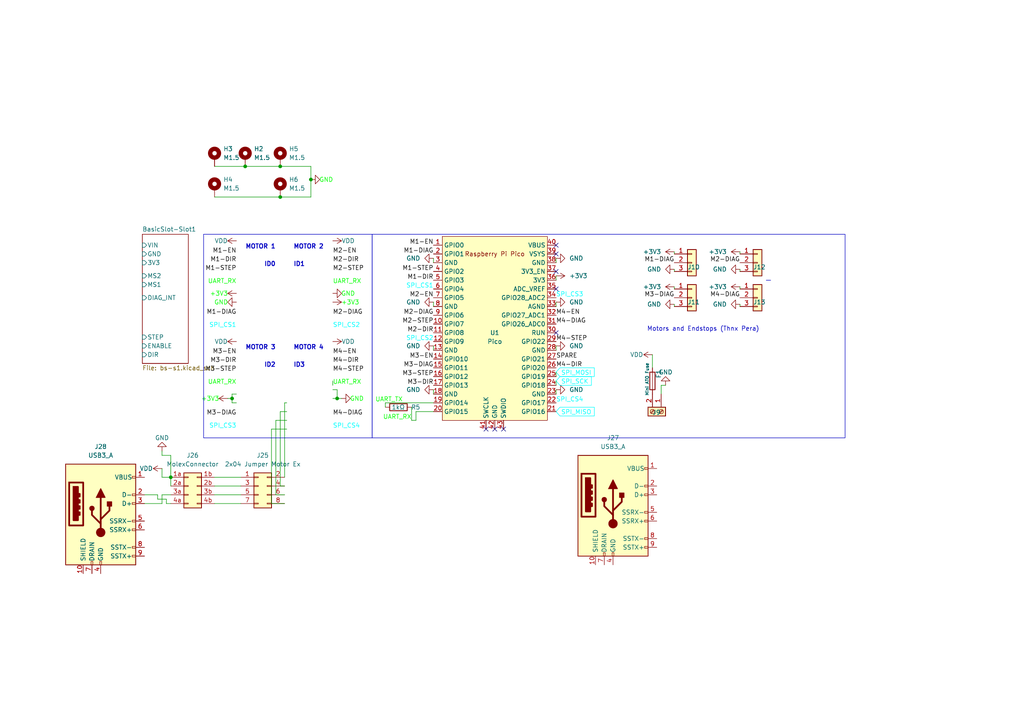
<source format=kicad_sch>
(kicad_sch (version 20250114) (generator "eeschema") (generator_version "9.0")
  (paper "A4")
  (lib_symbols
    (symbol "Connector:Screw_Terminal_01x02" (pin_names (offset 1.016) (hide yes))
      (property "Reference" "J" (at 0 2.54 0))
      (property "Value" "Screw_Terminal_01x02" (at 0 -5.08 0))
      (symbol "Screw_Terminal_01x02_1_1"
        (rectangle (start -1.27 1.27) (end 1.27 -3.81) (stroke (width 0.254)) (fill (type background)))
        (polyline (pts (xy -0.5334 0.3302) (xy 0.3302 -0.508)) (stroke (width 0.1524)))
        (polyline (pts (xy -0.5334 -2.2098) (xy 0.3302 -3.048)) (stroke (width 0.1524)))
        (polyline (pts (xy -0.3556 0.508) (xy 0.508 -0.3302)) (stroke (width 0.1524)))
        (polyline (pts (xy -0.3556 -2.032) (xy 0.508 -2.8702)) (stroke (width 0.1524)))
        (circle (center 0 0) (radius 0.635) (stroke (width 0.1524)))
        (circle (center 0 -2.54) (radius 0.635) (stroke (width 0.1524)))
        (pin passive line (at -5.08 0 0) (length 3.81) (name "Pin_1") (number "1"))
        (pin passive line (at -5.08 -2.54 0) (length 3.81) (name "Pin_2") (number "2"))
      )
    )
    (symbol "Connector:USB3_A" (pin_names (offset 1.016))
      (property "Reference" "J" (at -10.16 15.24 0))
      (property "Value" "USB3_A" (at 10.16 15.24 0))
      (symbol "USB3_A_0_0"
        (rectangle (start -9.144 8.636) (end -5.08 -3.81) (stroke (width 0.508)))
        (rectangle (start -7.874 7.366) (end -6.604 -2.286) (stroke (width 0.508)) (fill (type outline)))
        (rectangle (start -6.35 5.334) (end -6.096 4.572) (stroke (width 0.508)))
        (rectangle (start -6.35 3.556) (end -6.096 2.794) (stroke (width 0.508)))
        (rectangle (start -6.35 1.778) (end -6.096 1.016) (stroke (width 0.508)))
        (rectangle (start -6.35 0) (end -6.096 -0.762) (stroke (width 0.508)))
        (rectangle (start -2.794 -15.24) (end -2.286 -14.224))
        (rectangle (start -0.254 -15.24) (end 0.254 -14.224))
        (rectangle (start 10.16 10.414) (end 9.144 9.906))
        (rectangle (start 10.16 5.334) (end 9.144 4.826))
        (rectangle (start 10.16 2.794) (end 9.144 2.286))
        (rectangle (start 10.16 -2.286) (end 9.144 -2.794))
        (rectangle (start 10.16 -4.826) (end 9.144 -5.334))
        (rectangle (start 10.16 -9.906) (end 9.144 -10.414))
        (rectangle (start 10.16 -12.446) (end 9.144 -12.954))
      )
      (symbol "USB3_A_0_1"
        (rectangle (start -10.16 13.97) (end 10.16 -15.24) (stroke (width 0.254)) (fill (type background)))
      )
      (symbol "USB3_A_1_1"
        (circle (center -2.54 1.143) (radius 0.635) (stroke (width 0.254)) (fill (type outline)))
        (polyline (pts (xy -1.27 4.318) (xy 0 6.858) (xy 1.27 4.318) (xy -1.27 4.318)) (stroke (width 0.254)) (fill (type outline)))
        (polyline (pts (xy 0 -2.032) (xy 2.54 0.508) (xy 2.54 1.778)) (stroke (width 0.508)))
        (polyline (pts (xy 0 -3.302) (xy -2.54 -0.762) (xy -2.54 0.508)) (stroke (width 0.508)))
        (polyline (pts (xy 0 -5.842) (xy 0 4.318)) (stroke (width 0.508)))
        (circle (center 0 -5.842) (radius 1.27) (fill (type outline)))
        (rectangle (start 1.905 1.778) (end 3.175 3.048) (stroke (width 0.254)) (fill (type outline)))
        (pin passive line (at -5.08 -17.78 90) (length 2.54) (name "SHIELD") (number "10"))
        (pin passive line (at -2.54 -17.78 90) (length 2.54) (name "DRAIN") (number "7"))
        (pin power_in line (at 0 -17.78 90) (length 2.54) (name "GND") (number "4"))
        (pin power_in line (at 12.7 10.16 180) (length 2.54) (name "VBUS") (number "1"))
        (pin bidirectional line (at 12.7 5.08 180) (length 2.54) (name "D-") (number "2"))
        (pin bidirectional line (at 12.7 2.54 180) (length 2.54) (name "D+") (number "3"))
        (pin output line (at 12.7 -2.54 180) (length 2.54) (name "SSRX-") (number "5"))
        (pin output line (at 12.7 -5.08 180) (length 2.54) (name "SSRX+") (number "6"))
        (pin input line (at 12.7 -10.16 180) (length 2.54) (name "SSTX-") (number "8"))
        (pin input line (at 12.7 -12.7 180) (length 2.54) (name "SSTX+") (number "9"))
      )
    )
    (symbol "Connector_Generic:Conn_01x03" (pin_names (offset 1.016) (hide yes))
      (property "Reference" "J" (at 0 5.08 0))
      (property "Value" "Conn_01x03" (at 0 -5.08 0))
      (symbol "Conn_01x03_1_1"
        (rectangle (start -1.27 3.81) (end 1.27 -3.81) (stroke (width 0.254)) (fill (type background)))
        (rectangle (start -1.27 2.667) (end 0 2.413) (stroke (width 0.1524)))
        (rectangle (start -1.27 0.127) (end 0 -0.127) (stroke (width 0.1524)))
        (rectangle (start -1.27 -2.413) (end 0 -2.667) (stroke (width 0.1524)))
        (pin passive line (at -5.08 2.54 0) (length 3.81) (name "Pin_1") (number "1"))
        (pin passive line (at -5.08 0 0) (length 3.81) (name "Pin_2") (number "2"))
        (pin passive line (at -5.08 -2.54 0) (length 3.81) (name "Pin_3") (number "3"))
      )
    )
    (symbol "Connector_Generic:Conn_02x04_Odd_Even" (pin_names (offset 1.016) (hide yes))
      (property "Reference" "J" (at 1.27 5.08 0))
      (property "Value" "Conn_02x04_Odd_Even" (at 1.27 -7.62 0))
      (symbol "Conn_02x04_Odd_Even_1_1"
        (rectangle (start -1.27 3.81) (end 3.81 -6.35) (stroke (width 0.254)) (fill (type background)))
        (rectangle (start -1.27 2.667) (end 0 2.413) (stroke (width 0.1524)))
        (rectangle (start -1.27 0.127) (end 0 -0.127) (stroke (width 0.1524)))
        (rectangle (start -1.27 -2.413) (end 0 -2.667) (stroke (width 0.1524)))
        (rectangle (start -1.27 -4.953) (end 0 -5.207) (stroke (width 0.1524)))
        (rectangle (start 3.81 2.667) (end 2.54 2.413) (stroke (width 0.1524)))
        (rectangle (start 3.81 0.127) (end 2.54 -0.127) (stroke (width 0.1524)))
        (rectangle (start 3.81 -2.413) (end 2.54 -2.667) (stroke (width 0.1524)))
        (rectangle (start 3.81 -4.953) (end 2.54 -5.207) (stroke (width 0.1524)))
        (pin passive line (at -5.08 2.54 0) (length 3.81) (name "Pin_1") (number "1"))
        (pin passive line (at -5.08 0 0) (length 3.81) (name "Pin_3") (number "3"))
        (pin passive line (at -5.08 -2.54 0) (length 3.81) (name "Pin_5") (number "5"))
        (pin passive line (at -5.08 -5.08 0) (length 3.81) (name "Pin_7") (number "7"))
        (pin passive line (at 7.62 2.54 180) (length 3.81) (name "Pin_2") (number "2"))
        (pin passive line (at 7.62 0 180) (length 3.81) (name "Pin_4") (number "4"))
        (pin passive line (at 7.62 -2.54 180) (length 3.81) (name "Pin_6") (number "6"))
        (pin passive line (at 7.62 -5.08 180) (length 3.81) (name "Pin_8") (number "8"))
      )
    )
    (symbol "Connector_Generic:Conn_02x04_Row_Letter_Last" (pin_names (offset 1.016) (hide yes))
      (property "Reference" "J" (at 1.27 5.08 0))
      (property "Value" "Conn_02x04_Row_Letter_Last" (at 1.27 -7.62 0))
      (symbol "Conn_02x04_Row_Letter_Last_1_1"
        (rectangle (start -1.27 3.81) (end 3.81 -6.35) (stroke (width 0.254)) (fill (type background)))
        (rectangle (start -1.27 2.667) (end 0 2.413) (stroke (width 0.1524)))
        (rectangle (start -1.27 0.127) (end 0 -0.127) (stroke (width 0.1524)))
        (rectangle (start -1.27 -2.413) (end 0 -2.667) (stroke (width 0.1524)))
        (rectangle (start -1.27 -4.953) (end 0 -5.207) (stroke (width 0.1524)))
        (rectangle (start 3.81 2.667) (end 2.54 2.413) (stroke (width 0.1524)))
        (rectangle (start 3.81 0.127) (end 2.54 -0.127) (stroke (width 0.1524)))
        (rectangle (start 3.81 -2.413) (end 2.54 -2.667) (stroke (width 0.1524)))
        (rectangle (start 3.81 -4.953) (end 2.54 -5.207) (stroke (width 0.1524)))
        (pin passive line (at -5.08 2.54 0) (length 3.81) (name "Pin_1a") (number "1a"))
        (pin passive line (at -5.08 0 0) (length 3.81) (name "Pin_2a") (number "2a"))
        (pin passive line (at -5.08 -2.54 0) (length 3.81) (name "Pin_3a") (number "3a"))
        (pin passive line (at -5.08 -5.08 0) (length 3.81) (name "Pin_4a") (number "4a"))
        (pin passive line (at 7.62 2.54 180) (length 3.81) (name "Pin_1b") (number "1b"))
        (pin passive line (at 7.62 0 180) (length 3.81) (name "Pin_2b") (number "2b"))
        (pin passive line (at 7.62 -2.54 180) (length 3.81) (name "Pin_3b") (number "3b"))
        (pin passive line (at 7.62 -5.08 180) (length 3.81) (name "Pin_4b") (number "4b"))
      )
    )
    (symbol "Device:Fuse" (pin_numbers (hide yes)) (pin_names (offset 0))
      (property "Reference" "F" (at 2.032 0 90))
      (property "Value" "Fuse" (at -1.905 0 90))
      (symbol "Fuse_0_1"
        (rectangle (start -0.762 -2.54) (end 0.762 2.54) (stroke (width 0.254)))
        (polyline (pts (xy 0 2.54) (xy 0 -2.54)))
      )
      (symbol "Fuse_1_1"
        (pin passive line (at 0 3.81 270) (length 1.27) (name "~") (number "1"))
        (pin passive line (at 0 -3.81 90) (length 1.27) (name "~") (number "2"))
      )
    )
    (symbol "Device:R" (pin_numbers (hide yes)) (pin_names (offset 0))
      (property "Reference" "R" (at 2.032 0 90))
      (property "Value" "R" (at 0 0 90))
      (symbol "R_0_1"
        (rectangle (start -1.016 -2.54) (end 1.016 2.54) (stroke (width 0.254)))
      )
      (symbol "R_1_1"
        (pin passive line (at 0 3.81 270) (length 1.27) (name "~") (number "1"))
        (pin passive line (at 0 -3.81 90) (length 1.27) (name "~") (number "2"))
      )
    )
    (symbol "MCU_RaspberryPi_and_Boards:Pico"
      (property "Reference" "U" (at -13.97 27.94 0))
      (property "Value" "Pico" (at 0 19.05 0))
      (symbol "Pico_0_0"
        (text "Raspberry Pi Pico" (at 0 21.59 0) (effects (font (size 1.27 1.27))))
      )
      (symbol "Pico_0_1"
        (rectangle (start -15.24 26.67) (end 15.24 -26.67) (fill (type background)))
      )
      (symbol "Pico_1_1"
        (pin bidirectional line (at -17.78 24.13 0) (length 2.54) (name "GPIO0") (number "1"))
        (pin bidirectional line (at -17.78 21.59 0) (length 2.54) (name "GPIO1") (number "2"))
        (pin power_in line (at -17.78 19.05 0) (length 2.54) (name "GND") (number "3"))
        (pin bidirectional line (at -17.78 16.51 0) (length 2.54) (name "GPIO2") (number "4"))
        (pin bidirectional line (at -17.78 13.97 0) (length 2.54) (name "GPIO3") (number "5"))
        (pin bidirectional line (at -17.78 11.43 0) (length 2.54) (name "GPIO4") (number "6"))
        (pin bidirectional line (at -17.78 8.89 0) (length 2.54) (name "GPIO5") (number "7"))
        (pin power_in line (at -17.78 6.35 0) (length 2.54) (name "GND") (number "8"))
        (pin bidirectional line (at -17.78 3.81 0) (length 2.54) (name "GPIO6") (number "9"))
        (pin bidirectional line (at -17.78 1.27 0) (length 2.54) (name "GPIO7") (number "10"))
        (pin bidirectional line (at -17.78 -1.27 0) (length 2.54) (name "GPIO8") (number "11"))
        (pin bidirectional line (at -17.78 -3.81 0) (length 2.54) (name "GPIO9") (number "12"))
        (pin power_in line (at -17.78 -6.35 0) (length 2.54) (name "GND") (number "13"))
        (pin bidirectional line (at -17.78 -8.89 0) (length 2.54) (name "GPIO10") (number "14"))
        (pin bidirectional line (at -17.78 -11.43 0) (length 2.54) (name "GPIO11") (number "15"))
        (pin bidirectional line (at -17.78 -13.97 0) (length 2.54) (name "GPIO12") (number "16"))
        (pin bidirectional line (at -17.78 -16.51 0) (length 2.54) (name "GPIO13") (number "17"))
        (pin power_in line (at -17.78 -19.05 0) (length 2.54) (name "GND") (number "18"))
        (pin bidirectional line (at -17.78 -21.59 0) (length 2.54) (name "GPIO14") (number "19"))
        (pin bidirectional line (at -17.78 -24.13 0) (length 2.54) (name "GPIO15") (number "20"))
        (pin input line (at -2.54 -29.21 90) (length 2.54) (name "SWCLK") (number "41"))
        (pin power_in line (at 0 -29.21 90) (length 2.54) (name "GND") (number "42"))
        (pin bidirectional line (at 2.54 -29.21 90) (length 2.54) (name "SWDIO") (number "43"))
        (pin power_in line (at 17.78 24.13 180) (length 2.54) (name "VBUS") (number "40"))
        (pin power_in line (at 17.78 21.59 180) (length 2.54) (name "VSYS") (number "39"))
        (pin bidirectional line (at 17.78 19.05 180) (length 2.54) (name "GND") (number "38"))
        (pin input line (at 17.78 16.51 180) (length 2.54) (name "3V3_EN") (number "37"))
        (pin power_in line (at 17.78 13.97 180) (length 2.54) (name "3V3") (number "36"))
        (pin power_in line (at 17.78 11.43 180) (length 2.54) (name "ADC_VREF") (number "35"))
        (pin bidirectional line (at 17.78 8.89 180) (length 2.54) (name "GPIO28_ADC2") (number "34"))
        (pin power_in line (at 17.78 6.35 180) (length 2.54) (name "AGND") (number "33"))
        (pin bidirectional line (at 17.78 3.81 180) (length 2.54) (name "GPIO27_ADC1") (number "32"))
        (pin bidirectional line (at 17.78 1.27 180) (length 2.54) (name "GPIO26_ADC0") (number "31"))
        (pin input line (at 17.78 -1.27 180) (length 2.54) (name "RUN") (number "30"))
        (pin bidirectional line (at 17.78 -3.81 180) (length 2.54) (name "GPIO22") (number "29"))
        (pin power_in line (at 17.78 -6.35 180) (length 2.54) (name "GND") (number "28"))
        (pin bidirectional line (at 17.78 -8.89 180) (length 2.54) (name "GPIO21") (number "27"))
        (pin bidirectional line (at 17.78 -11.43 180) (length 2.54) (name "GPIO20") (number "26"))
        (pin bidirectional line (at 17.78 -13.97 180) (length 2.54) (name "GPIO19") (number "25"))
        (pin bidirectional line (at 17.78 -16.51 180) (length 2.54) (name "GPIO18") (number "24"))
        (pin power_in line (at 17.78 -19.05 180) (length 2.54) (name "GND") (number "23"))
        (pin bidirectional line (at 17.78 -21.59 180) (length 2.54) (name "GPIO17") (number "22"))
        (pin bidirectional line (at 17.78 -24.13 180) (length 2.54) (name "GPIO16") (number "21"))
      )
    )
    (symbol "Mechanical:MountingHole_Pad" (pin_numbers (hide yes)) (pin_names (offset 1.016) (hide yes)) (exclude_from_sim yes) (in_bom no)
      (property "Reference" "H" (at 0 6.35 0))
      (property "Value" "MountingHole_Pad" (at 0 4.445 0))
      (symbol "MountingHole_Pad_0_1"
        (circle (center 0 1.27) (radius 1.27) (stroke (width 1.27)))
      )
      (symbol "MountingHole_Pad_1_1"
        (pin input line (at 0 -2.54 90) (length 2.54) (name "1") (number "1"))
      )
    )
    (symbol "power:+3V3" (power) (pin_names (offset 0))
      (property "Value" "+3V3" (at 0 3.556 0))
      (symbol "+3V3_0_1"
        (polyline (pts (xy -0.762 1.27) (xy 0 2.54)))
        (polyline (pts (xy 0 2.54) (xy 0.762 1.27)))
        (polyline (pts (xy 0 0) (xy 0 2.54)))
      )
      (symbol "+3V3_1_1"
        (pin power_in line (at 0 0 90) (length 0) (hide yes) (name "+3V3") (number "1"))
      )
    )
    (symbol "power:GND" (power) (pin_names (offset 0))
      (property "Value" "GND" (at 0 -3.81 0))
      (symbol "GND_0_1"
        (polyline (pts (xy 0 0) (xy 0 -1.27) (xy 1.27 -1.27) (xy 0 -2.54) (xy -1.27 -1.27) (xy 0 -1.27)))
      )
      (symbol "GND_1_1"
        (pin power_in line (at 0 0 270) (length 0) (hide yes) (name "GND") (number "1"))
      )
    )
    (symbol "power:VDD" (power) (pin_names (offset 0))
      (property "Value" "VDD" (at 0 3.81 0))
      (symbol "VDD_0_1"
        (polyline (pts (xy -0.762 1.27) (xy 0 2.54)))
        (polyline (pts (xy 0 2.54) (xy 0.762 1.27)))
        (polyline (pts (xy 0 0) (xy 0 2.54)))
      )
      (symbol "VDD_1_1"
        (pin power_in line (at 0 0 90) (length 0) (hide yes) (name "VDD") (number "1"))
      )
    )
  )
  (rectangle (start 107.95 67.945) (end 245.11 127))
  (rectangle (start 59.055 67.945) (end 107.95 127))
  (text "MOTOR 3" (at 80.01 101.6 0) (effects (font (size 1.27 1.27) (thickness 0.254) (bold yes)) (justify right bottom)))
  (text "MOTOR 1" (at 80.01 72.39 0) (effects (font (size 1.27 1.27) (thickness 0.254) (bold yes)) (justify right bottom)))
  (text "ID0" (at 80.01 77.47 0) (effects (font (size 1.27 1.27) (thickness 0.254) (bold yes)) (justify right bottom)))
  (text "ID2" (at 80.01 106.68 0) (effects (font (size 1.27 1.27) (thickness 0.254) (bold yes)) (justify right bottom)))
  (text "MOTOR 4" (at 85.09 101.6 0) (effects (font (size 1.27 1.27) (thickness 0.254) (bold yes)) (justify left bottom)))
  (text "ID1" (at 85.09 77.47 0) (effects (font (size 1.27 1.27) (thickness 0.254) (bold yes)) (justify left bottom)))
  (text "MOTOR 2" (at 85.09 72.39 0) (effects (font (size 1.27 1.27) (thickness 0.254) (bold yes)) (justify left bottom)))
  (text "Motors and Endstops (Thnx Pera)" (at 203.962 95.504 0) (effects (font (size 1.27 1.27))))
  (text "ID3" (at 85.09 106.68 0) (effects (font (size 1.27 1.27) (thickness 0.254) (bold yes)) (justify left bottom)))
  (junction (at 71.12 48.26))
  (junction (at 81.28 57.15))
  (junction (at 97.79 115.57))
  (junction (at 90.17 52.07))
  (junction (at 49.53 138.43))
  (junction (at 67.31 115.57))
  (junction (at 81.28 48.26))
  (no_connect (at 161.29 73.66))
  (no_connect (at 140.97 124.46))
  (no_connect (at 161.29 71.12))
  (no_connect (at 161.29 83.82))
  (no_connect (at 161.29 78.74))
  (no_connect (at 146.05 124.46))
  (no_connect (at 161.29 96.52))
  (no_connect (at 143.51 124.46))
  (wire (pts (xy 48.26 146.05) (xy 49.53 146.05)))
  (wire (pts (xy 161.29 107.95) (xy 161.29 109.22)))
  (wire (pts (xy 191.77 111.76) (xy 191.77 114.3)))
  (wire (pts (xy 81.28 119.38) (xy 81.28 140.97)))
  (wire (pts (xy 191.77 111.76) (xy 193.04 111.76)))
  (wire (pts (xy 214.63 88.265) (xy 214.63 88.9)))
  (wire (pts (xy 62.23 140.97) (xy 69.85 140.97)))
  (wire (pts (xy 97.79 113.03) (xy 96.52 113.03)))
  (wire (pts (xy 195.58 78.105) (xy 195.58 78.74)))
  (wire (pts (xy 161.29 113.03) (xy 161.29 114.3)))
  (wire (pts (xy 83.185 121.92) (xy 80.01 121.92)))
  (wire (pts (xy 78.74 124.46) (xy 78.74 146.05)))
  (wire (pts (xy 80.01 143.51) (xy 82.55 143.51)))
  (wire (pts (xy 195.58 83.185) (xy 195.58 83.82)))
  (wire (pts (xy 67.31 114.3) (xy 68.58 114.3)))
  (wire (pts (xy 111.76 116.84) (xy 111.76 118.11)))
  (wire (pts (xy 62.23 143.51) (xy 69.85 143.51)))
  (wire (pts (xy 62.23 138.43) (xy 69.85 138.43)))
  (wire (pts (xy 97.79 115.57) (xy 97.79 113.03)))
  (wire (pts (xy 90.17 48.26) (xy 81.28 48.26)))
  (wire (pts (xy 71.12 48.26) (xy 81.28 48.26)))
  (wire (pts (xy 189.23 102.87) (xy 189.23 106.68)))
  (wire (pts (xy 67.31 115.57) (xy 67.31 116.84)))
  (wire (pts (xy 214.63 78.105) (xy 214.63 78.74)))
  (wire (pts (xy 83.185 124.46) (xy 78.74 124.46)))
  (wire (pts (xy 195.58 73.025) (xy 195.58 73.66)))
  (wire (pts (xy 62.23 146.05) (xy 69.85 146.05)))
  (wire (pts (xy 120.65 119.38) (xy 125.73 119.38)))
  (wire (pts (xy 66.04 115.57) (xy 67.31 115.57)))
  (wire (pts (xy 161.29 110.49) (xy 161.29 111.76)))
  (wire (pts (xy 46.99 143.51) (xy 49.53 143.51)))
  (wire (pts (xy 45.72 143.51) (xy 45.72 144.78)))
  (wire (pts (xy 90.17 57.15) (xy 90.17 52.07)))
  (wire (pts (xy 214.63 73.025) (xy 214.63 73.66)))
  (wire (pts (xy 46.99 130.81) (xy 46.99 132.08)))
  (wire (pts (xy 161.29 100.33) (xy 161.29 101.6)))
  (wire (pts (xy 45.72 144.78) (xy 48.26 144.78)))
  (wire (pts (xy 214.63 83.185) (xy 214.63 83.82)))
  (wire (pts (xy 49.53 138.43) (xy 49.53 140.97)))
  (wire (pts (xy 78.74 146.05) (xy 82.55 146.05)))
  (wire (pts (xy 161.29 87.63) (xy 161.29 88.9)))
  (wire (pts (xy 67.31 114.3) (xy 67.31 115.57)))
  (wire (pts (xy 67.31 116.84) (xy 68.58 116.84)))
  (wire (pts (xy 161.29 80.01) (xy 161.29 81.28)))
  (wire (pts (xy 161.29 74.93) (xy 161.29 76.2)))
  (wire (pts (xy 195.58 88.265) (xy 195.58 88.9)))
  (wire (pts (xy 82.55 138.43) (xy 82.55 116.84)))
  (wire (pts (xy 82.55 116.84) (xy 83.185 116.84)))
  (wire (pts (xy 97.79 115.57) (xy 96.52 115.57)))
  (wire (pts (xy 46.99 138.43) (xy 49.53 138.43)))
  (wire (pts (xy 81.28 57.15) (xy 90.17 57.15)))
  (polyline (pts (xy 222.25 81.28) (xy 223.52 81.28)))
  (wire (pts (xy 125.73 87.63) (xy 125.73 88.9)))
  (wire (pts (xy 90.17 52.07) (xy 90.17 48.26)))
  (wire (pts (xy 62.23 57.15) (xy 81.28 57.15)))
  (wire (pts (xy 46.99 132.08) (xy 49.53 132.08)))
  (wire (pts (xy 62.23 48.26) (xy 71.12 48.26)))
  (wire (pts (xy 111.76 116.84) (xy 125.73 116.84)))
  (wire (pts (xy 46.99 146.05) (xy 46.99 143.51)))
  (wire (pts (xy 119.38 118.11) (xy 119.38 121.92)))
  (wire (pts (xy 125.73 74.93) (xy 125.73 76.2)))
  (wire (pts (xy 99.06 115.57) (xy 97.79 115.57)))
  (wire (pts (xy 41.91 143.51) (xy 45.72 143.51)))
  (wire (pts (xy 49.53 132.08) (xy 49.53 138.43)))
  (wire (pts (xy 125.73 113.03) (xy 125.73 114.3)))
  (wire (pts (xy 81.28 140.97) (xy 82.55 140.97)))
  (wire (pts (xy 120.65 121.92) (xy 120.65 119.38)))
  (wire (pts (xy 83.185 119.38) (xy 81.28 119.38)))
  (wire (pts (xy 96.52 110.49) (xy 96.52 111.76)))
  (wire (pts (xy 48.26 144.78) (xy 48.26 146.05)))
  (wire (pts (xy 80.01 121.92) (xy 80.01 143.51)))
  (wire (pts (xy 41.91 146.05) (xy 46.99 146.05)))
  (wire (pts (xy 46.99 135.89) (xy 46.99 138.43)))
  (wire (pts (xy 119.38 121.92) (xy 120.65 121.92)))
  (wire (pts (xy 125.73 100.33) (xy 125.73 101.6)))
  (label "M3-DIAG" (at 68.58 120.65 180))
  (label "M1-EN" (at 68.58 73.66 180))
  (label "SPI_CS4" (at 161.29 116.84 0))
  (label "M2-STEP" (at 125.73 93.98 180))
  (label "UART_RX" (at 96.52 82.55 0))
  (label "M1-STEP" (at 68.58 78.74 180))
  (label "M2-DIR" (at 96.52 76.2 0))
  (label "SPI_CS2" (at 125.73 99.06 180))
  (label "SPI_CS3" (at 68.58 124.46 180))
  (label "SPI_CS2" (at 96.52 95.25 0))
  (label "M4-DIR" (at 161.29 106.68 0))
  (label "SPI_CS3" (at 161.29 86.36 0))
  (label "UART_RX" (at 68.58 82.55 180))
  (label "M2-EN" (at 125.73 86.36 180))
  (label "M4-DIR" (at 96.52 105.41 0))
  (label "M3-STEP" (at 125.73 109.22 180))
  (label "UART_TX" (at 116.84 116.84 180))
  (label "SPI_CS1" (at 125.73 83.82 180))
  (label "M1-EN" (at 125.73 71.12 180))
  (label "M4-EN" (at 161.29 91.44 0))
  (label "M4-DIAG" (at 161.29 93.98 0))
  (label "M3-EN" (at 68.58 102.87 180))
  (label "M3-DIR" (at 68.58 105.41 180))
  (label "M2-DIAG" (at 125.73 91.44 180))
  (label "SPI_CS1" (at 68.58 95.25 180))
  (label "M3-DIR" (at 125.73 111.76 180))
  (label "M4-DIAG" (at 214.63 86.36 180))
  (label "M3-DIAG" (at 125.73 106.68 180))
  (label "M2-DIR" (at 125.73 96.52 180))
  (label "M2-STEP" (at 96.52 78.74 0))
  (label "SPI_CS4" (at 96.52 124.46 0))
  (label "SPARE" (at 161.29 104.14 0))
  (label "M1-STEP" (at 125.73 78.74 180))
  (label "M3-EN" (at 125.73 104.14 180))
  (label "M3-DIAG" (at 195.58 86.36 180))
  (label "M3-STEP" (at 68.58 107.95 180))
  (label "M4-STEP" (at 96.52 107.95 0))
  (label "M2-DIAG" (at 96.52 91.44 0))
  (label "M2-DIAG" (at 214.63 76.2 180))
  (label "M1-DIR" (at 125.73 81.28 180))
  (label "M4-EN" (at 96.52 102.87 0))
  (label "M4-DIAG" (at 96.52 120.65 0))
  (label "M1-DIAG" (at 125.73 73.66 180))
  (label "UART_RX" (at 119.38 121.92 180))
  (label "UART_RX" (at 96.52 111.76 0))
  (label "M2-EN" (at 96.52 73.66 0))
  (label "UART_RX" (at 68.58 111.76 180))
  (label "M1-DIR" (at 68.58 76.2 180))
  (label "M1-DIAG" (at 195.58 76.2 180))
  (label "M4-STEP" (at 161.29 99.06 0))
  (label "M1-DIAG" (at 68.58 91.44 180))
  (global_label "SPI_MOSI" (shape input) (at 161.29 107.95 0) (property "Intersheetrefs" "${INTERSHEET_REFS}" (effects (hide yes))))
  (global_label "SPI_MISO" (shape input) (at 161.29 119.38 0) (property "Intersheetrefs" "${INTERSHEET_REFS}" (effects (hide yes))))
  (global_label "SPI_SCK" (shape input) (at 161.29 110.49 0) (property "Intersheetrefs" "${INTERSHEET_REFS}" (effects (hide yes))))
  (symbol (lib_id "power:GND") (at 96.52 85.09 90) (mirror x) (unit 1)
    (property "Reference" "#PWR023" (effects (hide yes)))
    (property "Value" "GND" (at 100.965 85.09 90))
  )
  (symbol (lib_id "Connector_Generic:Conn_01x03") (at 219.71 86.36 0) (unit 1)
    (property "Reference" "J13" (at 218.44 87.63 0) (effects (justify left)))
    (property "Value" "Conn_01x03" (effects (hide yes)))
    (property "Footprint" "Connector_JST:JST_XH_B3B-XH-A_1x03_P2.50mm_Vertical" (effects (hide yes)))
  )
  (symbol (lib_id "Connector:USB3_A") (at 177.8 146.05 0) (unit 1)
    (property "Reference" "J27" (at 177.8 127 0))
    (property "Value" "USB3_A" (at 177.8 129.54 0))
    (property "Footprint" "Connector_USB:USB3_A_Molex_48393-001" (effects (hide yes)))
    (property "Description" "USB 3.0 A connector" (effects (hide yes)))
  )
  (symbol (lib_id "Device:Fuse") (at 189.23 110.49 180) (unit 1)
    (property "Reference" "F1" (at 191.008 108.458 90))
    (property "Value" "Mini ATO Fuse" (at 187.706 109.982 90) (effects (font (size 0.889 0.889))))
    (property "Footprint" "OpenA1K:Updated ATO Mini-Blade_2Post" (effects (hide yes)))
    (property "Description" "Fuse" (effects (hide yes)))
  )
  (symbol (lib_id "Mechanical:MountingHole_Pad") (at 71.12 45.72 0) (unit 1) (exclude_from_sim yes) (in_bom no)
    (property "Reference" "H2" (at 73.66 43.1799 0) (effects (justify left)))
    (property "Value" "M1.5" (at 73.66 45.7199 0) (effects (justify left)))
    (property "Footprint" "OpenA1K:Mountinghole_m1.5" (effects (hide yes)))
    (property "Description" "Mounting Hole with connection" (effects (hide yes)))
  )
  (symbol (lib_id "power:GND") (at 161.29 100.33 90) (unit 1)
    (property "Reference" "#PWR034" (effects (hide yes)))
    (property "Value" "GND" (at 165.1 100.33 90) (effects (justify right)))
  )
  (symbol (lib_id "power:GND") (at 161.29 113.03 90) (unit 1)
    (property "Reference" "#PWR035" (effects (hide yes)))
    (property "Value" "GND" (at 165.1 113.03 90) (effects (justify right)))
  )
  (symbol (lib_id "Connector_Generic:Conn_01x03") (at 200.66 76.2 0) (unit 1)
    (property "Reference" "J10" (at 199.39 77.47 0) (effects (justify left)))
    (property "Value" "Conn_01x03" (effects (hide yes)))
    (property "Footprint" "Connector_JST:JST_XH_B3B-XH-A_1x03_P2.50mm_Vertical" (effects (hide yes)))
  )
  (symbol (lib_id "Connector_Generic:Conn_01x03") (at 200.66 86.36 0) (unit 1)
    (property "Reference" "J11" (at 199.39 87.63 0) (effects (justify left)))
    (property "Value" "Conn_01x03" (effects (hide yes)))
    (property "Footprint" "Connector_JST:JST_XH_B3B-XH-A_1x03_P2.50mm_Vertical" (effects (hide yes)))
  )
  (symbol (lib_id "power:+3V3") (at 96.52 87.63 270) (unit 1)
    (property "Reference" "#PWR024" (effects (hide yes)))
    (property "Value" "+3V3" (at 101.6 87.63 90))
  )
  (symbol (lib_id "Mechanical:MountingHole_Pad") (at 62.23 45.72 0) (unit 1) (exclude_from_sim yes) (in_bom no)
    (property "Reference" "H3" (at 64.77 43.1799 0) (effects (justify left)))
    (property "Value" "M1.5" (at 64.77 45.7199 0) (effects (justify left)))
    (property "Footprint" "OpenA1K:Mountinghole_m1.5" (effects (hide yes)))
    (property "Description" "Mounting Hole with connection" (effects (hide yes)))
  )
  (symbol (lib_id "power:GND") (at 193.04 111.76 180) (unit 1)
    (property "Reference" "#PWR037" (effects (hide yes)))
    (property "Value" "GND" (at 193.04 107.95 0))
  )
  (symbol (lib_id "power:+3V3") (at 195.58 73.025 90) (mirror x) (unit 1)
    (property "Reference" "#PWR038" (effects (hide yes)))
    (property "Value" "+3V3" (at 191.77 73.025 90) (effects (justify left)))
  )
  (symbol (lib_id "Connector:USB3_A") (at 29.21 148.59 0) (unit 1)
    (property "Reference" "J28" (at 29.21 129.54 0))
    (property "Value" "USB3_A" (at 29.21 132.08 0))
    (property "Footprint" "Connector_USB:USB3_A_Molex_48393-001" (effects (hide yes)))
    (property "Description" "USB 3.0 A connector" (effects (hide yes)))
  )
  (symbol (lib_id "power:GND") (at 125.73 87.63 270) (unit 1)
    (property "Reference" "#PWR028" (effects (hide yes)))
    (property "Value" "GND" (at 121.92 87.6299 90) (effects (justify right)))
  )
  (symbol (lib_id "power:+3V3") (at 68.58 85.09 90) (unit 1)
    (property "Reference" "#PWR019" (effects (hide yes)))
    (property "Value" "+3V3" (at 63.5 85.09 90))
  )
  (symbol (lib_id "power:GND") (at 161.29 74.93 90) (unit 1)
    (property "Reference" "#PWR031" (effects (hide yes)))
    (property "Value" "GND" (at 165.1 74.93 90) (effects (justify right)))
  )
  (symbol (lib_id "power:GND") (at 68.58 87.63 270) (mirror x) (unit 1)
    (property "Reference" "#PWR020" (effects (hide yes)))
    (property "Value" "GND" (at 64.135 87.63 90))
  )
  (symbol (lib_id "power:+3V3") (at 161.29 80.01 270) (unit 1)
    (property "Reference" "#PWR032" (effects (hide yes)))
    (property "Value" "+3V3" (at 165.1 80.01 90) (effects (justify left)))
  )
  (symbol (lib_id "power:GND") (at 195.58 88.265 270) (mirror x) (unit 1)
    (property "Reference" "#PWR041" (effects (hide yes)))
    (property "Value" "GND" (at 191.77 88.265 90) (effects (justify right)))
  )
  (symbol (lib_id "power:+3V3") (at 214.63 83.185 90) (mirror x) (unit 1)
    (property "Reference" "#PWR044" (effects (hide yes)))
    (property "Value" "+3V3" (at 210.82 83.185 90) (effects (justify left)))
  )
  (symbol (lib_id "Mechanical:MountingHole_Pad") (at 62.23 54.61 0) (unit 1) (exclude_from_sim yes) (in_bom no)
    (property "Reference" "H4" (at 64.77 52.0699 0) (effects (justify left)))
    (property "Value" "M1.5" (at 64.77 54.6099 0) (effects (justify left)))
    (property "Footprint" "OpenA1K:Mountinghole_m1.5" (effects (hide yes)))
    (property "Description" "Mounting Hole with connection" (effects (hide yes)))
  )
  (symbol (lib_id "Connector_Generic:Conn_01x03") (at 219.71 76.2 0) (unit 1)
    (property "Reference" "J12" (at 218.44 77.47 0) (effects (justify left)))
    (property "Value" "Conn_01x03" (effects (hide yes)))
    (property "Footprint" "Connector_JST:JST_XH_B3B-XH-A_1x03_P2.50mm_Vertical" (effects (hide yes)))
  )
  (symbol (lib_id "MCU_RaspberryPi_and_Boards:Pico") (at 143.51 95.25 0) (unit 1)
    (property "Reference" "U1" (at 143.51 96.52 0))
    (property "Value" "Pico" (at 143.51 99.06 0))
    (property "Footprint" "OpenA1K:Socketed MCU - Pico (No Text)" (effects (hide yes)))
  )
  (symbol (lib_id "power:VDD") (at 96.52 69.85 270) (mirror x) (unit 1)
    (property "Reference" "#PWR022" (effects (hide yes)))
    (property "Value" "VDD" (at 100.965 69.85 90))
  )
  (symbol (lib_id "power:VDD") (at 68.58 69.85 90) (unit 1)
    (property "Reference" "#PWR018" (effects (hide yes)))
    (property "Value" "VDD" (at 64.135 69.85 90))
  )
  (symbol (lib_id "Connector:Screw_Terminal_01x02") (at 191.77 119.38 270) (unit 1)
    (property "Reference" "J9" (at 189.23 119.634 90) (effects (justify left)))
    (property "Value" "Screw_Terminal_01x02" (effects (hide yes)))
    (property "Footprint" "OpenA1K:1x2 Terminal Block" (effects (hide yes)))
  )
  (symbol (lib_id "power:GND") (at 161.29 87.63 90) (unit 1)
    (property "Reference" "#PWR033" (effects (hide yes)))
    (property "Value" "GND" (at 165.1 87.63 90) (effects (justify right)))
  )
  (symbol (lib_id "power:GND") (at 46.99 130.81 180) (unit 1)
    (property "Reference" "#PWR048" (effects (hide yes)))
    (property "Value" "GND" (at 46.99 127 0))
  )
  (symbol (lib_id "power:VDD") (at 96.52 99.06 270) (mirror x) (unit 1)
    (property "Reference" "#PWR025" (effects (hide yes)))
    (property "Value" "VDD" (at 100.965 99.06 90))
  )
  (symbol (lib_id "power:GND") (at 125.73 74.93 270) (unit 1)
    (property "Reference" "#PWR027" (effects (hide yes)))
    (property "Value" "GND" (at 121.92 74.9299 90) (effects (justify right)))
  )
  (symbol (lib_id "power:VDD") (at 46.99 135.89 90) (unit 1)
    (property "Reference" "#PWR047" (effects (hide yes)))
    (property "Value" "VDD" (at 42.418 135.89 90))
  )
  (symbol (lib_id "Device:R") (at 115.57 118.11 90) (unit 1)
    (property "Reference" "R5" (at 121.92 118.11 90) (effects (justify left)))
    (property "Value" "1kΩ" (at 117.475 118.11 90) (effects (justify left)))
    (property "Footprint" "Resistor_THT:R_Axial_DIN0207_L6.3mm_D2.5mm_P10.16mm_Horizontal" (effects (hide yes)))
  )
  (symbol (lib_id "Connector_Generic:Conn_02x04_Odd_Even") (at 74.93 140.97 0) (unit 1)
    (property "Reference" "J25" (at 76.2 132.08 0))
    (property "Value" "2x04 Jumper Motor Ex" (at 76.2 134.62 0))
    (property "Footprint" "Connector_PinSocket_2.54mm:PinSocket_2x04_P2.54mm_Vertical" (effects (hide yes)))
    (property "Description" "Generic connector, double row, 02x04, odd/even pin numbering scheme (row 1 odd numbers, row 2 even numbers), script generated (kicad-library-utils/schlib/autogen/connector/)" (effects (hide yes)))
  )
  (symbol (lib_id "power:GND") (at 214.63 88.265 270) (mirror x) (unit 1)
    (property "Reference" "#PWR045" (effects (hide yes)))
    (property "Value" "GND" (at 210.82 88.265 90) (effects (justify right)))
  )
  (symbol (lib_id "power:+3V3") (at 66.04 115.57 90) (unit 1)
    (property "Reference" "#PWR017" (effects (hide yes)))
    (property "Value" "+3V3" (at 60.96 115.57 90))
  )
  (symbol (lib_id "power:VDD") (at 68.58 99.06 90) (unit 1)
    (property "Reference" "#PWR021" (effects (hide yes)))
    (property "Value" "VDD" (at 64.135 99.06 90))
  )
  (symbol (lib_id "power:+3V3") (at 214.63 73.025 90) (mirror x) (unit 1)
    (property "Reference" "#PWR042" (effects (hide yes)))
    (property "Value" "+3V3" (at 210.82 73.025 90) (effects (justify left)))
  )
  (symbol (lib_id "power:GND") (at 125.73 100.33 270) (unit 1)
    (property "Reference" "#PWR029" (effects (hide yes)))
    (property "Value" "GND" (at 121.92 100.3299 90) (effects (justify right)))
  )
  (symbol (lib_id "power:GND") (at 99.06 115.57 90) (mirror x) (unit 1)
    (property "Reference" "#PWR026" (effects (hide yes)))
    (property "Value" "GND" (at 103.505 115.57 90))
  )
  (symbol (lib_id "power:GND") (at 214.63 78.105 270) (mirror x) (unit 1)
    (property "Reference" "#PWR043" (effects (hide yes)))
    (property "Value" "GND" (at 210.82 78.105 90) (effects (justify right)))
  )
  (symbol (lib_id "Mechanical:MountingHole_Pad") (at 81.28 45.72 0) (unit 1) (exclude_from_sim yes) (in_bom no)
    (property "Reference" "H5" (at 83.82 43.1799 0) (effects (justify left)))
    (property "Value" "M1.5" (at 83.82 45.7199 0) (effects (justify left)))
    (property "Footprint" "OpenA1K:Mountinghole_m1.5" (effects (hide yes)))
    (property "Description" "Mounting Hole with connection" (effects (hide yes)))
  )
  (symbol (lib_id "power:VDD") (at 189.23 102.87 90) (unit 1)
    (property "Reference" "#PWR036" (effects (hide yes)))
    (property "Value" "VDD" (at 184.658 102.87 90))
  )
  (symbol (lib_id "power:GND") (at 195.58 78.105 270) (mirror x) (unit 1)
    (property "Reference" "#PWR039" (effects (hide yes)))
    (property "Value" "GND" (at 191.77 78.105 90) (effects (justify right)))
  )
  (symbol (lib_id "power:+3V3") (at 195.58 83.185 90) (mirror x) (unit 1)
    (property "Reference" "#PWR040" (effects (hide yes)))
    (property "Value" "+3V3" (at 191.77 83.185 90) (effects (justify left)))
  )
  (symbol (lib_id "power:GND") (at 90.17 52.07 90) (mirror x) (unit 1)
    (property "Reference" "#PWR046" (effects (hide yes)))
    (property "Value" "GND" (at 94.615 52.07 90))
  )
  (symbol (lib_id "Connector_Generic:Conn_02x04_Row_Letter_Last") (at 54.61 140.97 0) (unit 1)
    (property "Reference" "J26" (at 55.88 132.08 0))
    (property "Value" "MolexConnector" (at 55.88 134.62 0))
    (property "Footprint" "Connector_Molex:Molex_Micro-Fit_3.0_43045-0821_2x04-1MP_P3.00mm_Horizontal" (effects (hide yes)))
    (property "Description" "Generic connector, double row, 02x04, row letter last pin numbering scheme (pin number consists of a letter for the row and a number for the pin index in this row. 1a, ..., Na; 1b, ..., Nb)), script generated (kicad-library-utils/schlib/autogen/connector/)" (effects (hide yes)))
  )
  (symbol (lib_id "Mechanical:MountingHole_Pad") (at 81.28 54.61 0) (unit 1) (exclude_from_sim yes) (in_bom no)
    (property "Reference" "H6" (at 83.82 52.0699 0) (effects (justify left)))
    (property "Value" "M1.5" (at 83.82 54.6099 0) (effects (justify left)))
    (property "Footprint" "OpenA1K:Mountinghole_m1.5" (effects (hide yes)))
    (property "Description" "Mounting Hole with connection" (effects (hide yes)))
  )
  (symbol (lib_id "power:GND") (at 125.73 113.03 270) (unit 1)
    (property "Reference" "#PWR030" (effects (hide yes)))
    (property "Value" "GND" (at 121.92 113.0299 90) (effects (justify right)))
  )
  (sheet (at 41.275 67.945) (size 13.335 37.465) (stroke (width 0.1524))
    (property "Sheetname" "BasicSlot-Slot1" (at 41.275 67.2334 0) (effects (justify left bottom)))
    (property "Sheetfile" "bs-s1.kicad_sch" (at 41.275 105.9946 0) (effects (justify left top)))
    (pin "GND" input (at 41.275 73.66 180))
    (pin "MS2" input (at 41.275 80.01 180))
    (pin "3V3" input (at 41.275 76.2 180))
    (pin "DIAG_INT" input (at 41.275 86.36 180))
    (pin "MS1" input (at 41.275 82.55 180))
    (pin "DIR" input (at 41.275 102.87 180))
    (pin "ENABLE" input (at 41.275 100.33 180))
    (pin "STEP" input (at 41.275 97.79 180))
    (pin "VIN" input (at 41.275 71.12 180))
  )
)
</source>
